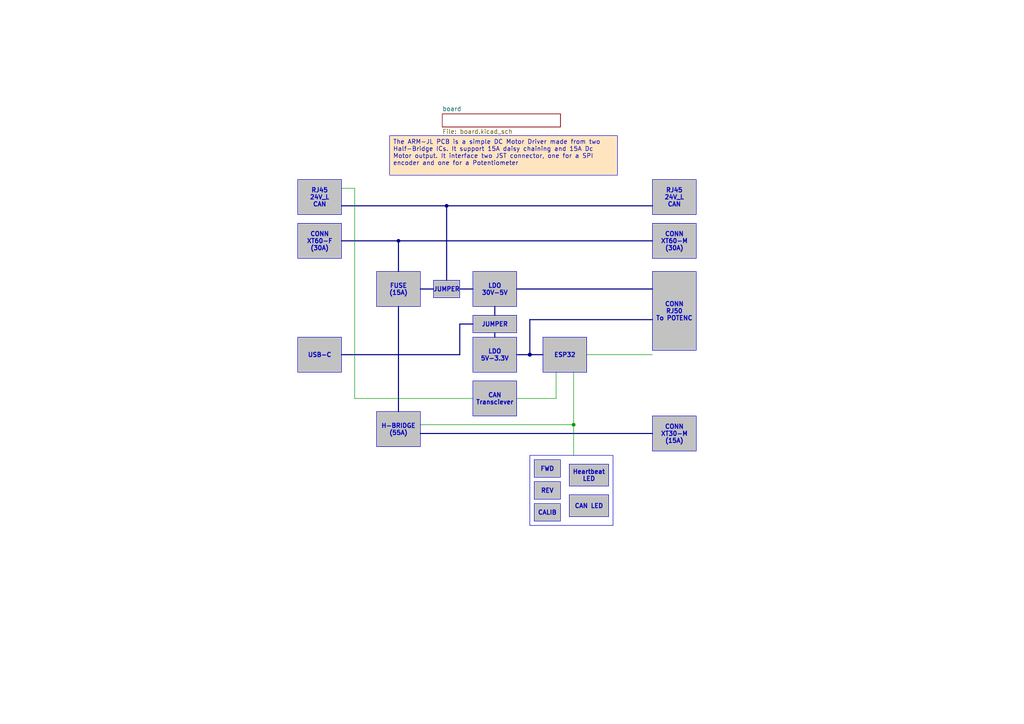
<source format=kicad_sch>
(kicad_sch
	(version 20231120)
	(generator "eeschema")
	(generator_version "8.0")
	(uuid "ea96555f-a650-48ef-b94f-b65180d69193")
	(paper "A4")
	(title_block
		(title "ARM-JL Driver")
		(date "2025-02-03")
		(rev "REV0")
		(company "RobotiqueUdeS")
		(comment 1 "Made by Philippe Michaud")
	)
	(lib_symbols)
	(junction
		(at 166.37 123.19)
		(diameter 0)
		(color 0 0 0 0)
		(uuid "008f2815-581e-4df4-b16b-06e87372c3c8")
	)
	(junction
		(at 153.67 102.87)
		(diameter 1.016)
		(color 0 0 0 0)
		(uuid "89038452-11dd-4570-8d24-62ca3369e8da")
	)
	(junction
		(at 115.57 69.85)
		(diameter 0)
		(color 0 0 0 0)
		(uuid "b84b508e-8f0e-4492-ada8-1214598fbd74")
	)
	(junction
		(at 129.54 59.69)
		(diameter 0)
		(color 0 0 0 0)
		(uuid "e8dbcfd2-3b0f-450c-b047-fec9f4fcb77d")
	)
	(wire
		(pts
			(xy 170.18 102.87) (xy 189.23 102.87)
		)
		(stroke
			(width 0)
			(type default)
		)
		(uuid "03756032-6fcc-4140-87f1-73b2b763af41")
	)
	(bus
		(pts
			(xy 153.67 92.71) (xy 189.23 92.71)
		)
		(stroke
			(width 0)
			(type default)
		)
		(uuid "2b3faeac-bbbd-46c9-a0a7-3f43827e6c5c")
	)
	(wire
		(pts
			(xy 161.29 107.95) (xy 161.29 115.57)
		)
		(stroke
			(width 0)
			(type default)
		)
		(uuid "3ff5d838-b4ea-4966-a8a2-52ae37cf37d5")
	)
	(bus
		(pts
			(xy 149.86 102.87) (xy 153.67 102.87)
		)
		(stroke
			(width 0)
			(type default)
		)
		(uuid "435f450f-d253-48f4-90b9-9f09158a8779")
	)
	(bus
		(pts
			(xy 99.06 69.85) (xy 115.57 69.85)
		)
		(stroke
			(width 0)
			(type default)
		)
		(uuid "4f48d44c-33a4-4f78-8748-a78cdd38d605")
	)
	(bus
		(pts
			(xy 115.57 88.9) (xy 115.57 119.38)
		)
		(stroke
			(width 0)
			(type default)
		)
		(uuid "4febd435-39fa-4ddd-ad92-00ef61b56de7")
	)
	(bus
		(pts
			(xy 99.06 59.69) (xy 129.54 59.69)
		)
		(stroke
			(width 0)
			(type default)
		)
		(uuid "6fe4120a-468e-49aa-86ad-42507b73c95f")
	)
	(wire
		(pts
			(xy 121.92 123.19) (xy 166.37 123.19)
		)
		(stroke
			(width 0)
			(type default)
		)
		(uuid "74e3e09f-56f2-492f-a830-aec7d7dc0f43")
	)
	(wire
		(pts
			(xy 102.87 54.61) (xy 102.87 115.57)
		)
		(stroke
			(width 0)
			(type default)
		)
		(uuid "7f13cf6c-25af-4b32-93ef-0c3854838ead")
	)
	(bus
		(pts
			(xy 133.35 83.82) (xy 137.16 83.82)
		)
		(stroke
			(width 0)
			(type default)
		)
		(uuid "80243cf9-aa24-4d06-b325-63e75d776750")
	)
	(bus
		(pts
			(xy 115.57 69.85) (xy 189.23 69.85)
		)
		(stroke
			(width 0)
			(type default)
		)
		(uuid "83088d9e-23af-44dc-83c8-65e82b20c6de")
	)
	(bus
		(pts
			(xy 133.35 93.98) (xy 137.16 93.98)
		)
		(stroke
			(width 0)
			(type default)
		)
		(uuid "8a95f843-f574-44e9-8836-7c60c0bee538")
	)
	(wire
		(pts
			(xy 166.37 123.19) (xy 166.37 132.08)
		)
		(stroke
			(width 0)
			(type default)
		)
		(uuid "8c44dfff-1394-4511-8a57-a05db78fe015")
	)
	(bus
		(pts
			(xy 143.51 88.9) (xy 143.51 91.44)
		)
		(stroke
			(width 0)
			(type default)
		)
		(uuid "8d7e123a-01f1-4ac9-9d33-482ac8aebac3")
	)
	(bus
		(pts
			(xy 153.67 92.71) (xy 153.67 102.87)
		)
		(stroke
			(width 0)
			(type default)
		)
		(uuid "95743054-a6b2-4723-971b-cba9a371785e")
	)
	(bus
		(pts
			(xy 99.06 102.87) (xy 133.35 102.87)
		)
		(stroke
			(width 0)
			(type default)
		)
		(uuid "974d3852-42df-4c7d-b60c-61f8c8024f67")
	)
	(bus
		(pts
			(xy 115.57 69.85) (xy 115.57 78.74)
		)
		(stroke
			(width 0)
			(type default)
		)
		(uuid "9af55c88-de94-4433-8259-b28a7036a1ea")
	)
	(bus
		(pts
			(xy 143.51 96.52) (xy 143.51 97.79)
		)
		(stroke
			(width 0)
			(type default)
		)
		(uuid "a273b0fd-ce96-40dc-8eed-68a5082d1316")
	)
	(wire
		(pts
			(xy 149.86 115.57) (xy 161.29 115.57)
		)
		(stroke
			(width 0)
			(type default)
		)
		(uuid "c475d92c-f41c-4df1-9fd3-d8e4398b3e31")
	)
	(bus
		(pts
			(xy 121.92 125.73) (xy 189.23 125.73)
		)
		(stroke
			(width 0)
			(type default)
		)
		(uuid "cd7bafe2-041f-45b0-8b8f-55455b35e70b")
	)
	(wire
		(pts
			(xy 99.06 54.61) (xy 102.87 54.61)
		)
		(stroke
			(width 0)
			(type default)
		)
		(uuid "d06e9f55-c3c6-4f81-b575-407630cb03bb")
	)
	(bus
		(pts
			(xy 129.54 59.69) (xy 129.54 81.28)
		)
		(stroke
			(width 0)
			(type default)
		)
		(uuid "d0eed15b-253c-4426-b594-2b81e684914f")
	)
	(bus
		(pts
			(xy 121.92 83.82) (xy 125.73 83.82)
		)
		(stroke
			(width 0)
			(type default)
		)
		(uuid "dceb5c15-be97-4db1-8a0a-64d6a39142c6")
	)
	(wire
		(pts
			(xy 166.37 107.95) (xy 166.37 123.19)
		)
		(stroke
			(width 0)
			(type default)
		)
		(uuid "e4a6b656-1d8f-44b6-9700-e3aa631b340d")
	)
	(bus
		(pts
			(xy 149.86 83.82) (xy 189.23 83.82)
		)
		(stroke
			(width 0)
			(type default)
		)
		(uuid "e874e9f3-f075-4ccf-aa29-9a99bc736c0b")
	)
	(bus
		(pts
			(xy 153.67 102.87) (xy 157.48 102.87)
		)
		(stroke
			(width 0)
			(type default)
		)
		(uuid "ed52b0de-a415-4954-8cdb-fdeaaff71ead")
	)
	(wire
		(pts
			(xy 102.87 115.57) (xy 137.16 115.57)
		)
		(stroke
			(width 0)
			(type default)
		)
		(uuid "ee9ac324-24c4-4dfe-8780-75fafb33216c")
	)
	(bus
		(pts
			(xy 133.35 93.98) (xy 133.35 102.87)
		)
		(stroke
			(width 0)
			(type default)
		)
		(uuid "f0418eda-65a9-464b-a0c6-fc6d862f78b7")
	)
	(bus
		(pts
			(xy 129.54 59.69) (xy 189.23 59.69)
		)
		(stroke
			(width 0)
			(type default)
		)
		(uuid "f5d54893-1725-4e93-91cc-0ebe9057589b")
	)
	(rectangle
		(start 153.67 132.08)
		(end 177.8 152.4)
		(stroke
			(width 0)
			(type default)
		)
		(fill
			(type none)
		)
		(uuid 12e5b479-4585-46f1-b250-22ee36b73df1)
	)
	(text_box "LDO 30V-5V"
		(exclude_from_sim yes)
		(at 137.16 78.74 0)
		(size 12.7 10.16)
		(stroke
			(width 0)
			(type default)
		)
		(fill
			(type color)
			(color 194 194 194 1)
		)
		(effects
			(font
				(size 1.27 1.27)
				(thickness 0.254)
				(bold yes)
			)
		)
		(uuid "10246a36-648e-4808-833d-0ab78020915d")
	)
	(text_box "REV"
		(exclude_from_sim yes)
		(at 154.94 139.7 0)
		(size 7.62 5.08)
		(stroke
			(width 0)
			(type default)
		)
		(fill
			(type color)
			(color 194 194 194 1)
		)
		(effects
			(font
				(size 1.27 1.27)
				(thickness 0.254)
				(bold yes)
			)
		)
		(uuid "204c56f5-3bf0-4df1-98a9-1ed77e686f95")
	)
	(text_box "CONN\nXT60-M\n(30A)"
		(exclude_from_sim yes)
		(at 189.23 64.77 0)
		(size 12.7 10.16)
		(stroke
			(width 0)
			(type default)
		)
		(fill
			(type color)
			(color 194 194 194 1)
		)
		(effects
			(font
				(size 1.27 1.27)
				(thickness 0.254)
				(bold yes)
			)
		)
		(uuid "2bd30575-fa06-4ef7-932b-a3ed2b007c4a")
	)
	(text_box "FWD"
		(exclude_from_sim yes)
		(at 154.94 133.35 0)
		(size 7.62 5.08)
		(stroke
			(width 0)
			(type default)
		)
		(fill
			(type color)
			(color 194 194 194 1)
		)
		(effects
			(font
				(size 1.27 1.27)
				(thickness 0.254)
				(bold yes)
			)
		)
		(uuid "34b3e626-406f-4d0a-a4d9-3bbf5d95a44d")
	)
	(text_box "RJ45\n24V_L\nCAN"
		(exclude_from_sim yes)
		(at 86.36 52.07 0)
		(size 12.7 10.16)
		(stroke
			(width 0)
			(type default)
		)
		(fill
			(type color)
			(color 194 194 194 1)
		)
		(effects
			(font
				(size 1.27 1.27)
				(thickness 0.254)
				(bold yes)
			)
		)
		(uuid "34df8e60-1d72-4f0a-b1e3-66445df0318d")
	)
	(text_box "FUSE\n(15A)"
		(exclude_from_sim yes)
		(at 109.22 78.74 0)
		(size 12.7 10.16)
		(stroke
			(width 0)
			(type default)
		)
		(fill
			(type color)
			(color 194 194 194 1)
		)
		(effects
			(font
				(size 1.27 1.27)
				(thickness 0.254)
				(bold yes)
			)
		)
		(uuid "3991c029-854e-4361-a1e5-a43ee05a08a7")
	)
	(text_box "CAN LED"
		(exclude_from_sim yes)
		(at 165.1 143.51 0)
		(size 11.43 6.35)
		(stroke
			(width 0)
			(type default)
		)
		(fill
			(type color)
			(color 194 194 194 1)
		)
		(effects
			(font
				(size 1.27 1.27)
				(thickness 0.254)
				(bold yes)
			)
		)
		(uuid "4b1c46eb-e0f4-4c0d-a454-d3f6d93ce1b4")
	)
	(text_box "JUMPER"
		(exclude_from_sim yes)
		(at 137.16 91.44 0)
		(size 12.7 5.08)
		(stroke
			(width 0)
			(type default)
		)
		(fill
			(type color)
			(color 194 194 194 1)
		)
		(effects
			(font
				(size 1.27 1.27)
				(thickness 0.254)
				(bold yes)
			)
		)
		(uuid "4c2d2cf2-dd2b-466b-b323-f8ade6e612de")
	)
	(text_box "H-BRIDGE\n(55A)"
		(exclude_from_sim yes)
		(at 109.22 119.38 0)
		(size 12.7 10.16)
		(stroke
			(width 0)
			(type default)
		)
		(fill
			(type color)
			(color 194 194 194 1)
		)
		(effects
			(font
				(size 1.27 1.27)
				(thickness 0.254)
				(bold yes)
			)
		)
		(uuid "6745abf5-6e73-4eca-ac00-b2ddc0f14e7d")
	)
	(text_box "Heartbeat LED"
		(exclude_from_sim yes)
		(at 165.1 134.62 0)
		(size 11.43 6.35)
		(stroke
			(width 0)
			(type default)
		)
		(fill
			(type color)
			(color 194 194 194 1)
		)
		(effects
			(font
				(size 1.27 1.27)
				(thickness 0.254)
				(bold yes)
			)
		)
		(uuid "6ae94ec2-1e9f-4f97-9e39-ad194e02f0bf")
	)
	(text_box "CONN\nXT60-F\n(30A)"
		(exclude_from_sim yes)
		(at 86.36 64.77 0)
		(size 12.7 10.16)
		(stroke
			(width 0)
			(type default)
		)
		(fill
			(type color)
			(color 194 194 194 1)
		)
		(effects
			(font
				(size 1.27 1.27)
				(thickness 0.254)
				(bold yes)
			)
		)
		(uuid "6b22c36d-5185-4778-95ef-b69b92d84b87")
	)
	(text_box "CAN Transciever"
		(exclude_from_sim yes)
		(at 137.16 110.49 0)
		(size 12.7 10.16)
		(stroke
			(width 0)
			(type default)
		)
		(fill
			(type color)
			(color 194 194 194 1)
		)
		(effects
			(font
				(size 1.27 1.27)
				(thickness 0.254)
				(bold yes)
			)
		)
		(uuid "73365bc9-9059-4b20-96dd-a6b87eccb425")
	)
	(text_box "USB-C"
		(exclude_from_sim yes)
		(at 86.36 97.79 0)
		(size 12.7 10.16)
		(stroke
			(width 0)
			(type default)
		)
		(fill
			(type color)
			(color 194 194 194 1)
		)
		(effects
			(font
				(size 1.27 1.27)
				(thickness 0.254)
				(bold yes)
			)
		)
		(uuid "894898e1-645c-419e-8507-d1ad1a3b9674")
	)
	(text_box "CONN\nRJ50\nTo POTENC"
		(exclude_from_sim yes)
		(at 189.23 78.74 0)
		(size 12.7 22.86)
		(stroke
			(width 0)
			(type default)
		)
		(fill
			(type color)
			(color 194 194 194 1)
		)
		(effects
			(font
				(size 1.27 1.27)
				(thickness 0.254)
				(bold yes)
			)
		)
		(uuid "9a4a7a9d-c14b-43ff-9079-9e8897dcaaf2")
	)
	(text_box "JUMPER"
		(exclude_from_sim yes)
		(at 125.73 81.28 0)
		(size 7.62 5.08)
		(stroke
			(width 0)
			(type default)
		)
		(fill
			(type color)
			(color 194 194 194 1)
		)
		(effects
			(font
				(size 1.27 1.27)
				(thickness 0.254)
				(bold yes)
			)
		)
		(uuid "ab8a42a9-78fe-4d1f-8590-3c34f790205e")
	)
	(text_box "The ARM-JL PCB is a simple DC Motor Driver made from two Half-Bridge ICs. It support 15A daisy chaining and 15A Dc Motor output. It interface two JST connector, one for a SPI encoder and one for a Potentiometer"
		(exclude_from_sim no)
		(at 113.03 39.37 0)
		(size 66.04 11.43)
		(stroke
			(width 0)
			(type default)
		)
		(fill
			(type color)
			(color 255 229 191 1)
		)
		(effects
			(font
				(size 1.27 1.27)
			)
			(justify left top)
		)
		(uuid "b0effda7-8eca-4804-9db4-aef67640b71b")
	)
	(text_box "LDO 5V-3.3V"
		(exclude_from_sim yes)
		(at 137.16 97.79 0)
		(size 12.7 10.16)
		(stroke
			(width 0)
			(type default)
		)
		(fill
			(type color)
			(color 194 194 194 1)
		)
		(effects
			(font
				(size 1.27 1.27)
				(thickness 0.254)
				(bold yes)
			)
		)
		(uuid "c57f2733-a936-4d0c-97d8-3951bfd36185")
	)
	(text_box "CALIB"
		(exclude_from_sim yes)
		(at 154.94 146.05 0)
		(size 7.62 5.08)
		(stroke
			(width 0)
			(type default)
		)
		(fill
			(type color)
			(color 194 194 194 1)
		)
		(effects
			(font
				(size 1.27 1.27)
				(thickness 0.254)
				(bold yes)
			)
		)
		(uuid "c714e495-77c6-4b45-9af2-fce12dc1d77a")
	)
	(text_box "RJ45\n24V_L\nCAN"
		(exclude_from_sim yes)
		(at 189.23 52.07 0)
		(size 12.7 10.16)
		(stroke
			(width 0)
			(type default)
		)
		(fill
			(type color)
			(color 194 194 194 1)
		)
		(effects
			(font
				(size 1.27 1.27)
				(thickness 0.254)
				(bold yes)
			)
		)
		(uuid "d4a356e8-7da8-48e6-93d2-7d3015559bea")
	)
	(text_box "ESP32"
		(exclude_from_sim yes)
		(at 157.48 97.79 0)
		(size 12.7 10.16)
		(stroke
			(width 0)
			(type default)
		)
		(fill
			(type color)
			(color 194 194 194 1)
		)
		(effects
			(font
				(size 1.27 1.27)
				(thickness 0.254)
				(bold yes)
			)
		)
		(uuid "e0848102-5fe6-4c08-a59c-a5d0fb2d74f3")
	)
	(text_box "CONN\nXT30-M\n(15A)"
		(exclude_from_sim yes)
		(at 189.23 120.65 0)
		(size 12.7 10.16)
		(stroke
			(width 0)
			(type default)
		)
		(fill
			(type color)
			(color 194 194 194 1)
		)
		(effects
			(font
				(size 1.27 1.27)
				(thickness 0.254)
				(bold yes)
			)
		)
		(uuid "e8c91fbf-6773-4b75-9fcc-48de861f3674")
	)
	(sheet
		(at 128.27 33.02)
		(size 34.29 3.81)
		(fields_autoplaced yes)
		(stroke
			(width 0.1524)
			(type solid)
		)
		(fill
			(color 0 0 0 0.0000)
		)
		(uuid "f8cb5055-73a1-4708-9add-8b73c04101c0")
		(property "Sheetname" "board"
			(at 128.27 32.3084 0)
			(effects
				(font
					(size 1.27 1.27)
				)
				(justify left bottom)
			)
		)
		(property "Sheetfile" "board.kicad_sch"
			(at 128.27 37.4146 0)
			(effects
				(font
					(size 1.27 1.27)
				)
				(justify left top)
			)
		)
		(instances
			(project "ARM-JL"
				(path "/ea96555f-a650-48ef-b94f-b65180d69193"
					(page "2")
				)
			)
		)
	)
	(sheet_instances
		(path "/"
			(page "1")
		)
	)
)

</source>
